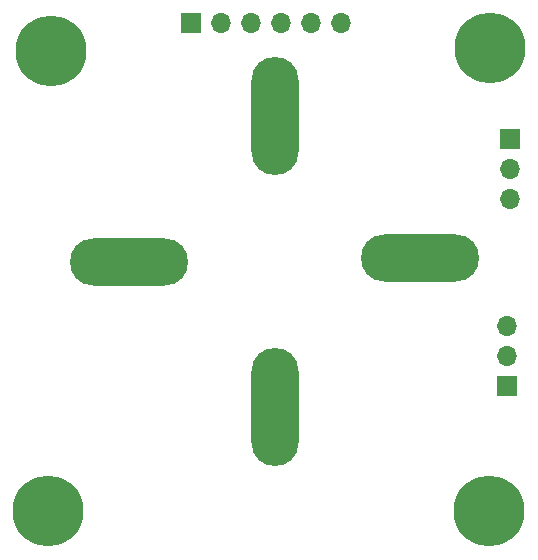
<source format=gbr>
%TF.GenerationSoftware,KiCad,Pcbnew,8.0.1*%
%TF.CreationDate,2024-03-31T21:51:30+08:00*%
%TF.ProjectId,encoder,656e636f-6465-4722-9e6b-696361645f70,rev?*%
%TF.SameCoordinates,Original*%
%TF.FileFunction,Soldermask,Bot*%
%TF.FilePolarity,Negative*%
%FSLAX46Y46*%
G04 Gerber Fmt 4.6, Leading zero omitted, Abs format (unit mm)*
G04 Created by KiCad (PCBNEW 8.0.1) date 2024-03-31 21:51:30*
%MOMM*%
%LPD*%
G01*
G04 APERTURE LIST*
%ADD10R,1.700000X1.700000*%
%ADD11O,1.700000X1.700000*%
%ADD12O,4.000000X10.000000*%
%ADD13O,10.000000X4.000000*%
%ADD14C,3.400000*%
%ADD15C,6.000000*%
G04 APERTURE END LIST*
D10*
%TO.C,J2*%
X160700000Y-63260000D03*
D11*
X160700000Y-65800000D03*
X160700000Y-68340000D03*
%TD*%
D10*
%TO.C,J3*%
X133650000Y-53500000D03*
D11*
X136190000Y-53500000D03*
X138730000Y-53500000D03*
X141270000Y-53500000D03*
X143810000Y-53500000D03*
X146350000Y-53500000D03*
%TD*%
D12*
%TO.C,H2*%
X140800000Y-86000000D03*
%TD*%
D13*
%TO.C,H4*%
X153100000Y-73400000D03*
%TD*%
D14*
%TO.C,H8*%
X159000000Y-55600000D03*
D15*
X159000000Y-55600000D03*
%TD*%
D12*
%TO.C,H3*%
X140800000Y-61375000D03*
%TD*%
D13*
%TO.C,H1*%
X128475000Y-73700000D03*
%TD*%
D14*
%TO.C,H5*%
X121800000Y-55800000D03*
D15*
X121800000Y-55800000D03*
%TD*%
D14*
%TO.C,H7*%
X158900000Y-94800000D03*
D15*
X158900000Y-94800000D03*
%TD*%
D10*
%TO.C,J1*%
X160475000Y-84225000D03*
D11*
X160475000Y-81685000D03*
X160475000Y-79145000D03*
%TD*%
D14*
%TO.C,H6*%
X121600000Y-94800000D03*
D15*
X121600000Y-94800000D03*
%TD*%
M02*

</source>
